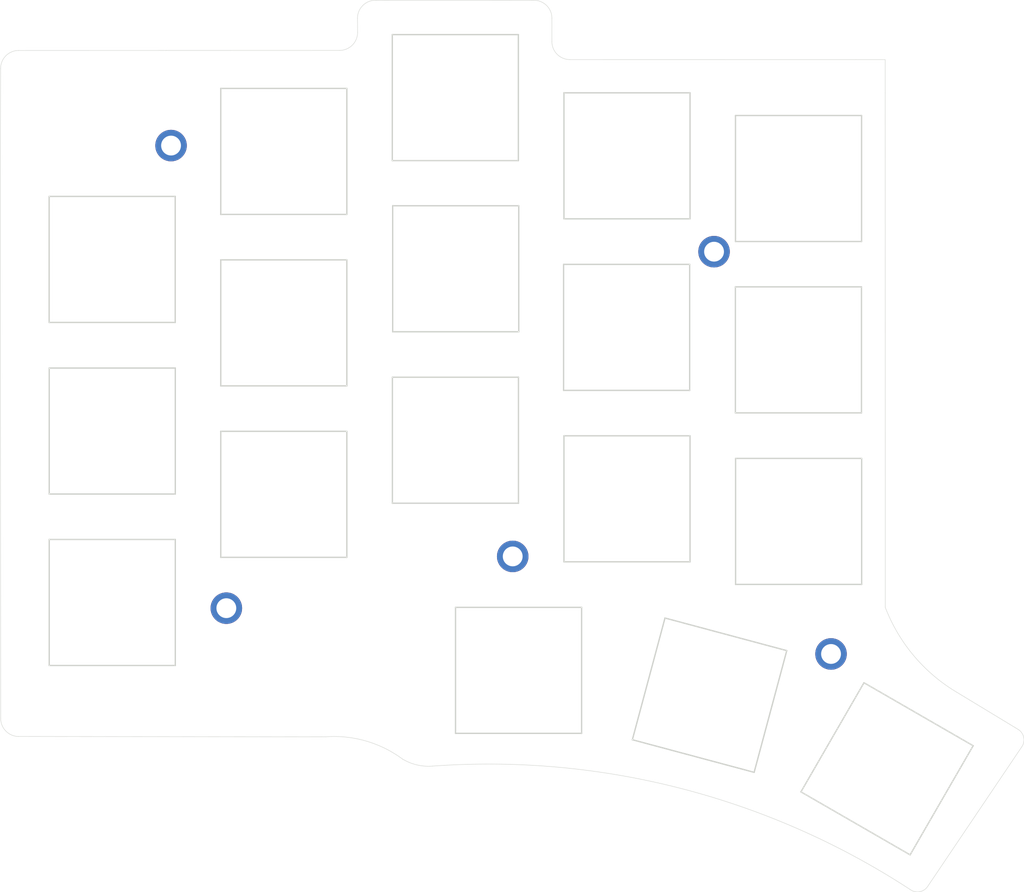
<source format=kicad_pcb>
(kicad_pcb (version 20211014) (generator pcbnew)
  (layers (0 "F.Cu" signal) (31 "B.Cu" signal) (34 "B.Paste" user) (35 "F.Paste" user) (36 "B.SilkS" user "B.Silkscreen") (37 "F.SilkS" user "F.Silkscreen") (38 "B.Mask" user) (39 "F.Mask" user) (44 "Edge.Cuts" user))
  (net 0 "")
  (footprint "jmnw:MX_cutout" (layer "F.Cu") (at 89.36 79.15)
    (fp_text reference "SW13" hide)
    (fp_text value "MX" hide)
    (fp_line (start 7 7) (end 7 -7) (layer "Edge.Cuts") (width 0.15))
    (fp_line (start -7 7) (end 7 7) (layer "Edge.Cuts") (width 0.15))
    (fp_line (start -7 7) (end -7 -7) (layer "Edge.Cuts") (width 0.15))
    (fp_line (start -7 -7) (end 7 -7) (layer "Edge.Cuts") (width 0.15))
  )
  (footprint "jmnw:MX_cutout" (layer "F.Cu") (at 175.41 135.75 -30)
    (fp_text reference "SW18" hide)
    (fp_text value "MX" hide)
    (fp_line (start -7 7) (end -7 -7) (layer "Edge.Cuts") (width 0.15))
    (fp_line (start 7 7) (end 7 -7) (layer "Edge.Cuts") (width 0.15))
    (fp_line (start -7 7) (end 7 7) (layer "Edge.Cuts") (width 0.15))
    (fp_line (start -7 -7) (end 7 -7) (layer "Edge.Cuts") (width 0.15))
  )
  (footprint "jmnw:MX_cutout" (layer "F.Cu") (at 127.47 61.17)
    (fp_text reference "SW13" hide)
    (fp_text value "MX" hide)
    (fp_line (start -7 7) (end 7 7) (layer "Edge.Cuts") (width 0.15))
    (fp_line (start -7 7) (end -7 -7) (layer "Edge.Cuts") (width 0.15))
    (fp_line (start -7 -7) (end 7 -7) (layer "Edge.Cuts") (width 0.15))
    (fp_line (start 7 7) (end 7 -7) (layer "Edge.Cuts") (width 0.15))
  )
  (footprint "" (layer "F.Cu") (at 102.03796 117.90084)
    (fp_text reference "" (at 0 0) (layer "F.SilkS") (effects (font (size 1.27 1.27))))
    (fp_text value "" (at 0 0) (layer "F.SilkS") (effects (font (size 1.27 1.27))))
    (pad "" thru_hole circle (at 0 0) (size 3.5 3.5) (drill 2.2) (layers F&B.Cu *.Mask))
  )
  (footprint "" (layer "F.Cu") (at 95.89796 66.50084)
    (fp_text reference "" (at 0 0) (layer "F.SilkS") (effects (font (size 1.27 1.27))))
    (fp_text value "" (at 0 0) (layer "F.SilkS") (effects (font (size 1.27 1.27))))
    (pad "" thru_hole circle (at 0 0) (size 3.5 3.5) (drill 2.2) (layers F&B.Cu *.Mask))
  )
  (footprint "jmnw:MX_cutout" (layer "F.Cu") (at 146.49 86.7)
    (fp_text reference "SW13" hide)
    (fp_text value "MX" hide)
    (fp_line (start -7 7) (end -7 -7) (layer "Edge.Cuts") (width 0.15))
    (fp_line (start -7 7) (end 7 7) (layer "Edge.Cuts") (width 0.15))
    (fp_line (start 7 7) (end 7 -7) (layer "Edge.Cuts") (width 0.15))
    (fp_line (start -7 -7) (end 7 -7) (layer "Edge.Cuts") (width 0.15))
  )
  (footprint "jmnw:MX_cutout" (layer "F.Cu") (at 146.53 67.64)
    (fp_text reference "SW13" hide)
    (fp_text value "MX" hide)
    (fp_line (start -7 -7) (end 7 -7) (layer "Edge.Cuts") (width 0.15))
    (fp_line (start -7 7) (end -7 -7) (layer "Edge.Cuts") (width 0.15))
    (fp_line (start -7 7) (end 7 7) (layer "Edge.Cuts") (width 0.15))
    (fp_line (start 7 7) (end 7 -7) (layer "Edge.Cuts") (width 0.15))
  )
  (footprint "jmnw:MX_cutout" (layer "F.Cu") (at 165.569999 89.200003)
    (fp_text reference "SW13" hide)
    (fp_text value "MX" hide)
    (fp_line (start -7 7) (end 7 7) (layer "Edge.Cuts") (width 0.15))
    (fp_line (start -7 -7) (end 7 -7) (layer "Edge.Cuts") (width 0.15))
    (fp_line (start -7 7) (end -7 -7) (layer "Edge.Cuts") (width 0.15))
    (fp_line (start 7 7) (end 7 -7) (layer "Edge.Cuts") (width 0.15))
  )
  (footprint "" (layer "F.Cu") (at 169.19 122.99)
    (fp_text reference "" (at 0 0) (layer "F.SilkS") (effects (font (size 1.27 1.27))))
    (fp_text value "" (at 0 0) (layer "F.SilkS") (effects (font (size 1.27 1.27))))
    (pad "" thru_hole circle (at 0 0) (size 3.5 3.5) (drill 2.2) (layers *.Cu *.Mask))
  )
  (footprint "jmnw:MX_cutout" (layer "F.Cu") (at 134.49 124.81)
    (fp_text reference "SW13" hide)
    (fp_text value "MX" hide)
    (fp_line (start -7 7) (end 7 7) (layer "Edge.Cuts") (width 0.15))
    (fp_line (start -7 -7) (end 7 -7) (layer "Edge.Cuts") (width 0.15))
    (fp_line (start -7 7) (end -7 -7) (layer "Edge.Cuts") (width 0.15))
    (fp_line (start 7 7) (end 7 -7) (layer "Edge.Cuts") (width 0.15))
  )
  (footprint "jmnw:MX_cutout" (layer "F.Cu") (at 155.7 127.57 -15)
    (fp_text reference "SW17" hide)
    (fp_text value "MX" hide)
    (fp_line (start -7 -7) (end 7 -7) (layer "Edge.Cuts") (width 0.15))
    (fp_line (start 7 7) (end 7 -7) (layer "Edge.Cuts") (width 0.15))
    (fp_line (start -7 7) (end -7 -7) (layer "Edge.Cuts") (width 0.15))
    (fp_line (start -7 7) (end 7 7) (layer "Edge.Cuts") (width 0.15))
  )
  (footprint "jmnw:MX_cutout" (layer "F.Cu") (at 108.419997 105.250504)
    (fp_text reference "SW13" hide)
    (fp_text value "MX" hide)
    (fp_line (start -7 7) (end -7 -7) (layer "Edge.Cuts") (width 0.15))
    (fp_line (start 7 7) (end 7 -7) (layer "Edge.Cuts") (width 0.15))
    (fp_line (start -7 -7) (end 7 -7) (layer "Edge.Cuts") (width 0.15))
    (fp_line (start -7 7) (end 7 7) (layer "Edge.Cuts") (width 0.15))
  )
  (footprint "jmnw:MX_cutout" (layer "F.Cu") (at 165.58 70.16)
    (fp_text reference "SW13" hide)
    (fp_text value "MX" hide)
    (fp_line (start -7 -7) (end 7 -7) (layer "Edge.Cuts") (width 0.15))
    (fp_line (start -7 7) (end -7 -7) (layer "Edge.Cuts") (width 0.15))
    (fp_line (start -7 7) (end 7 7) (layer "Edge.Cuts") (width 0.15))
    (fp_line (start 7 7) (end 7 -7) (layer "Edge.Cuts") (width 0.15))
  )
  (footprint "jmnw:MX_cutout" (layer "F.Cu") (at 127.48 99.24)
    (fp_text reference "SW13" hide)
    (fp_text value "MX" hide)
    (fp_line (start -7 7) (end 7 7) (layer "Edge.Cuts") (width 0.15))
    (fp_line (start -7 7) (end -7 -7) (layer "Edge.Cuts") (width 0.15))
    (fp_line (start 7 7) (end 7 -7) (layer "Edge.Cuts") (width 0.15))
    (fp_line (start -7 -7) (end 7 -7) (layer "Edge.Cuts") (width 0.15))
  )
  (footprint "" (layer "F.Cu") (at 156.19796 78.29084)
    (fp_text reference "" (at 0 0) (layer "F.SilkS") (effects (font (size 1.27 1.27))))
    (fp_text value "" (at 0 0) (layer "F.SilkS") (effects (font (size 1.27 1.27))))
    (pad "" thru_hole circle (at 0 0) (size 3.5 3.5) (drill 2.2) (layers F&B.Cu *.Mask))
  )
  (footprint "jmnw:MX_cutout" (layer "F.Cu") (at 89.37 117.27)
    (fp_text reference "SW13" hide)
    (fp_text value "MX" hide)
    (fp_line (start -7 -7) (end 7 -7) (layer "Edge.Cuts") (width 0.15))
    (fp_line (start -7 7) (end -7 -7) (layer "Edge.Cuts") (width 0.15))
    (fp_line (start 7 7) (end 7 -7) (layer "Edge.Cuts") (width 0.15))
    (fp_line (start -7 7) (end 7 7) (layer "Edge.Cuts") (width 0.15))
  )
  (footprint "jmnw:MX_cutout" (layer "F.Cu") (at 165.59 108.26)
    (fp_text reference "SW13" hide)
    (fp_text value "MX" hide)
    (fp_line (start 7 7) (end 7 -7) (layer "Edge.Cuts") (width 0.15))
    (fp_line (start -7 -7) (end 7 -7) (layer "Edge.Cuts") (width 0.15))
    (fp_line (start -7 7) (end -7 -7) (layer "Edge.Cuts") (width 0.15))
    (fp_line (start -7 7) (end 7 7) (layer "Edge.Cuts") (width 0.15))
  )
  (footprint "jmnw:MX_cutout" (layer "F.Cu") (at 108.419998 86.2005)
    (fp_text reference "SW13" hide)
    (fp_text value "MX" hide)
    (fp_line (start 7 7) (end 7 -7) (layer "Edge.Cuts") (width 0.15))
    (fp_line (start -7 7) (end 7 7) (layer "Edge.Cuts") (width 0.15))
    (fp_line (start -7 -7) (end 7 -7) (layer "Edge.Cuts") (width 0.15))
    (fp_line (start -7 7) (end -7 -7) (layer "Edge.Cuts") (width 0.15))
  )
  (footprint "jmnw:MX_cutout" (layer "F.Cu") (at 127.51 80.19)
    (fp_text reference "SW13" hide)
    (fp_text value "MX" hide)
    (fp_line (start 7 7) (end 7 -7) (layer "Edge.Cuts") (width 0.15))
    (fp_line (start -7 7) (end 7 7) (layer "Edge.Cuts") (width 0.15))
    (fp_line (start -7 7) (end -7 -7) (layer "Edge.Cuts") (width 0.15))
    (fp_line (start -7 -7) (end 7 -7) (layer "Edge.Cuts") (width 0.15))
  )
  (footprint "jmnw:MX_cutout" (layer "F.Cu") (at 146.53 105.75)
    (fp_text reference "SW13" hide)
    (fp_text value "MX" hide)
    (fp_line (start -7 7) (end 7 7) (layer "Edge.Cuts") (width 0.15))
    (fp_line (start -7 7) (end -7 -7) (layer "Edge.Cuts") (width 0.15))
    (fp_line (start 7 7) (end 7 -7) (layer "Edge.Cuts") (width 0.15))
    (fp_line (start -7 -7) (end 7 -7) (layer "Edge.Cuts") (width 0.15))
  )
  (footprint "" (layer "F.Cu") (at 133.84 112.15)
    (fp_text reference "" (at 0 0) (layer "F.SilkS") (effects (font (size 1.27 1.27))))
    (fp_text value "" (at 0 0) (layer "F.SilkS") (effects (font (size 1.27 1.27))))
    (pad "" thru_hole circle (at 0 0) (size 3.5 3.5) (drill 2.2) (layers F&B.Cu *.Mask))
  )
  (footprint "jmnw:MX_cutout" (layer "F.Cu") (at 108.419993 67.150505)
    (fp_text reference "SW13" hide)
    (fp_text value "MX" hide)
    (fp_line (start -7 7) (end 7 7) (layer "Edge.Cuts") (width 0.15))
    (fp_line (start -7 7) (end -7 -7) (layer "Edge.Cuts") (width 0.15))
    (fp_line (start 7 7) (end 7 -7) (layer "Edge.Cuts") (width 0.15))
    (fp_line (start -7 -7) (end 7 -7) (layer "Edge.Cuts") (width 0.15))
  )
  (footprint "jmnw:MX_cutout" (layer "F.Cu") (at 89.37 98.22)
    (fp_text reference "SW13" hide)
    (fp_text value "MX" hide)
    (fp_line (start 7 7) (end 7 -7) (layer "Edge.Cuts") (width 0.15))
    (fp_line (start -7 -7) (end 7 -7) (layer "Edge.Cuts") (width 0.15))
    (fp_line (start -7 7) (end -7 -7) (layer "Edge.Cuts") (width 0.15))
    (fp_line (start -7 7) (end 7 7) (layer "Edge.Cuts") (width 0.15))
  )
  (gr_line (start 138.193713 52.355122) (end 138.192209 54.94656) (layer "Edge.Cuts") (width 0.05))
  (gr_line (start 76.972104 57.935076) (end 76.92796 72.23084) (layer "Edge.Cuts") (width 0.05))
  (gr_arc (start 112.98796 132.20084) (mid 117.521924 132.654231) (end 121.60796 134.67084) (layer "Edge.Cuts") (width 0.05))
  (gr_line (start 114.61368 55.926591) (end 95.34796 55.93084) (layer "Edge.Cuts") (width 0.05))
  (gr_arc (start 78.982196 132.156696) (mid 77.567974 131.570826) (end 76.982209 130.15656) (layer "Edge.Cuts") (width 0.05))
  (gr_arc (start 116.613816 53.926604) (mid 116.027955 55.340836) (end 114.61368 55.926591) (layer "Edge.Cuts") (width 0.05))
  (gr_line (start 175.2 60.62) (end 175.2 56.95) (layer "Edge.Cuts") (width 0.05))
  (gr_line (start 175.2 60.62) (end 175.21 117.8) (layer "Edge.Cuts") (width 0.05))
  (gr_arc (start 124.92796 135.45084) (mid 123.20777 135.317032) (end 121.60796 134.67084) (layer "Edge.Cuts") (width 0.05))
  (gr_line (start 76.92796 72.23084) (end 76.982209 130.15656) (layer "Edge.Cuts") (width 0.05))
  (gr_arc (start 140.192196 56.946696) (mid 138.777974 56.360826) (end 138.192209 54.94656) (layer "Edge.Cuts") (width 0.05))
  (gr_arc (start 183.1 127.21) (mid 178.365693 123.16681) (end 175.21 117.8) (layer "Edge.Cuts") (width 0.05))
  (gr_line (start 78.982196 132.156696) (end 112.98796 132.20084) (layer "Edge.Cuts") (width 0.05))
  (gr_arc (start 136.193726 50.354986) (mid 137.607981 50.940823) (end 138.193713 52.355122) (layer "Edge.Cuts") (width 0.05))
  (gr_line (start 116.613816 53.926604) (end 116.602104 52.355076) (layer "Edge.Cuts") (width 0.05))
  (gr_line (start 120.15796 50.35084) (end 131.43796 50.35084) (layer "Edge.Cuts") (width 0.05))
  (gr_line (start 183.1 127.21) (end 189.98 131.38) (layer "Edge.Cuts") (width 0.05))
  (gr_line (start 118.60224 50.355089) (end 120.15796 50.35084) (layer "Edge.Cuts") (width 0.05))
  (gr_arc (start 179.939638 148.793517) (mid 179.057951 149.400805) (end 178.009638 149.183517) (layer "Edge.Cuts") (width 0.05))
  (gr_arc (start 124.92796 135.45084) (mid 152.598352 137.951056) (end 178.009638 149.183517) (layer "Edge.Cuts") (width 0.05))
  (gr_arc (start 116.602104 52.355076) (mid 117.187949 50.940829) (end 118.60224 50.355089) (layer "Edge.Cuts") (width 0.05))
  (gr_line (start 171.92796 56.95084) (end 175.2 56.95) (layer "Edge.Cuts") (width 0.05))
  (gr_line (start 179.939638 148.793517) (end 190.37 133.31) (layer "Edge.Cuts") (width 0.05))
  (gr_arc (start 189.98 131.38) (mid 190.587269 132.261692) (end 190.37 133.31) (layer "Edge.Cuts") (width 0.05))
  (gr_line (start 131.43796 50.35084) (end 136.193726 50.354986) (layer "Edge.Cuts") (width 0.05))
  (gr_arc (start 76.972104 57.935076) (mid 77.557961 56.52084) (end 78.97224 55.935089) (layer "Edge.Cuts") (width 0.05))
  (gr_line (start 95.34796 55.93084) (end 78.97224 55.935089) (layer "Edge.Cuts") (width 0.05))
  (gr_line (start 140.192196 56.946696) (end 171.92796 56.95084) (layer "Edge.Cuts") (width 0.05))
)
</source>
